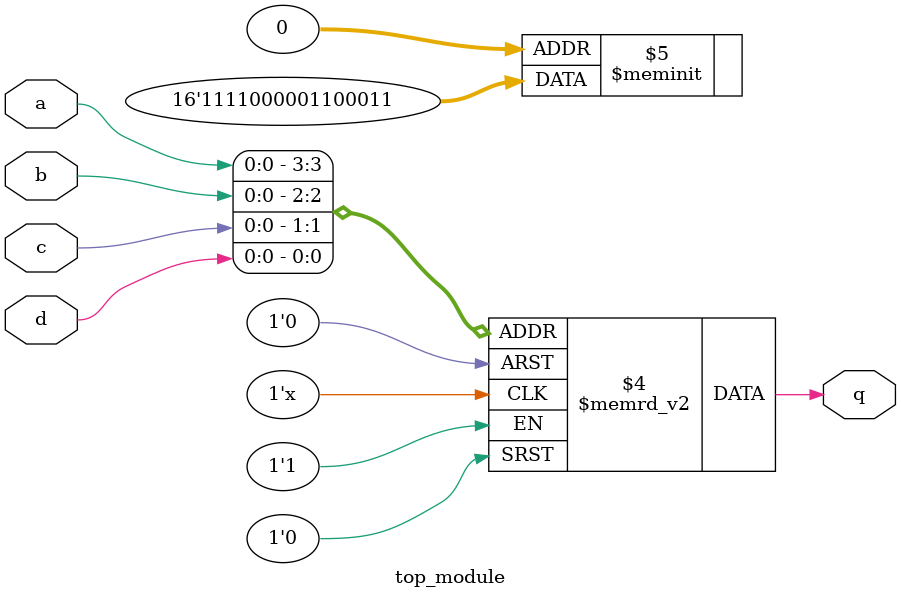
<source format=sv>
module top_module (
        input a, 
        input b, 
        input c, 
        input d,
        output reg q
    );
    
    always @* begin
        case({a,b,c,d})
            4'b0000: q = 1;
            4'b0001: q = 1;
            4'b0100: q = 0;
            4'b0010: q = 0;
            4'b0110: q = 1;
            4'b0001: q = 1;
            4'b0100: q = 0;
            4'b0010: q = 1;
            4'b0111: q = 0;
            4'b0000: q = 0;
            4'b0011: q = 0;
            4'b0101: q = 1;
            4'b1000: q = 0;
            4'b1100: q = 1;
            4'b1001: q = 0;
            4'b1110: q = 1;
            4'b1101: q = 1;
            4'b1111: q = 1;
            default: q = 0;
        endcase
    end
endmodule

</source>
